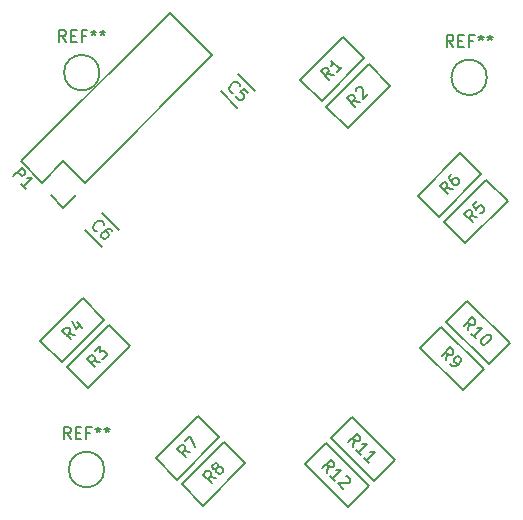
<source format=gto>
G04 #@! TF.FileFunction,Legend,Top*
%FSLAX46Y46*%
G04 Gerber Fmt 4.6, Leading zero omitted, Abs format (unit mm)*
G04 Created by KiCad (PCBNEW 4.0.5) date 01/04/17 16:28:54*
%MOMM*%
%LPD*%
G01*
G04 APERTURE LIST*
%ADD10C,0.100000*%
%ADD11C,0.150000*%
G04 APERTURE END LIST*
D10*
D11*
X201900000Y-119346051D02*
X198307898Y-122938154D01*
X198307898Y-122938154D02*
X196511846Y-121142102D01*
X196511846Y-121142102D02*
X200103949Y-117550000D01*
X200103949Y-117550000D02*
X201900000Y-119346051D01*
X199300000Y-96200000D02*
G75*
G03X199300000Y-96200000I-1500000J0D01*
G01*
X232100000Y-96600000D02*
G75*
G03X232100000Y-96600000I-1500000J0D01*
G01*
X199700000Y-129800000D02*
G75*
G03X199700000Y-129800000I-1500000J0D01*
G01*
X221700000Y-94996051D02*
X218107898Y-98588154D01*
X218107898Y-98588154D02*
X216311846Y-96792102D01*
X216311846Y-96792102D02*
X219903949Y-93200000D01*
X219903949Y-93200000D02*
X221700000Y-94996051D01*
X233850000Y-107046051D02*
X230257898Y-110638154D01*
X230257898Y-110638154D02*
X228461846Y-108842102D01*
X228461846Y-108842102D02*
X232053949Y-105250000D01*
X232053949Y-105250000D02*
X233850000Y-107046051D01*
X194300000Y-118903949D02*
X197892102Y-115311846D01*
X197892102Y-115311846D02*
X199688154Y-117107898D01*
X199688154Y-117107898D02*
X196096051Y-120700000D01*
X196096051Y-120700000D02*
X194300000Y-118903949D01*
X205230256Y-91131590D02*
X192657898Y-103703949D01*
X198046051Y-105500000D02*
X208822359Y-94723693D01*
X205230256Y-91131590D02*
X208822359Y-94723693D01*
X192657898Y-103703949D02*
X194453949Y-105500000D01*
X195153984Y-106596016D02*
X196250000Y-107692031D01*
X194453949Y-105500000D02*
X196250000Y-103703949D01*
X196250000Y-103703949D02*
X198046051Y-105500000D01*
X196250000Y-107692031D02*
X197346016Y-106596016D01*
X230053949Y-123100000D02*
X226461846Y-119507898D01*
X226461846Y-119507898D02*
X228257898Y-117711846D01*
X228257898Y-117711846D02*
X231850000Y-121303949D01*
X231850000Y-121303949D02*
X230053949Y-123100000D01*
X212431891Y-97732322D02*
X211017678Y-96318109D01*
X209568109Y-97767678D02*
X210982322Y-99181891D01*
X200931891Y-109482322D02*
X199517678Y-108068109D01*
X198068109Y-109517678D02*
X199482322Y-110931891D01*
X223900000Y-97296051D02*
X220307898Y-100888154D01*
X220307898Y-100888154D02*
X218511846Y-99092102D01*
X218511846Y-99092102D02*
X222103949Y-95500000D01*
X222103949Y-95500000D02*
X223900000Y-97296051D01*
X226250000Y-106603949D02*
X229842102Y-103011846D01*
X229842102Y-103011846D02*
X231638154Y-104807898D01*
X231638154Y-104807898D02*
X228046051Y-108400000D01*
X228046051Y-108400000D02*
X226250000Y-106603949D01*
X204050000Y-128853949D02*
X207642102Y-125261846D01*
X207642102Y-125261846D02*
X209438154Y-127057898D01*
X209438154Y-127057898D02*
X205846051Y-130650000D01*
X205846051Y-130650000D02*
X204050000Y-128853949D01*
X206250000Y-131053949D02*
X209842102Y-127461846D01*
X209842102Y-127461846D02*
X211638154Y-129257898D01*
X211638154Y-129257898D02*
X208046051Y-132850000D01*
X208046051Y-132850000D02*
X206250000Y-131053949D01*
X232253949Y-120900000D02*
X228661846Y-117307898D01*
X228661846Y-117307898D02*
X230457898Y-115511846D01*
X230457898Y-115511846D02*
X234050000Y-119103949D01*
X234050000Y-119103949D02*
X232253949Y-120900000D01*
X222503949Y-130750000D02*
X218911846Y-127157898D01*
X218911846Y-127157898D02*
X220707898Y-125361846D01*
X220707898Y-125361846D02*
X224300000Y-128953949D01*
X224300000Y-128953949D02*
X222503949Y-130750000D01*
X220303949Y-132950000D02*
X216711846Y-129357898D01*
X216711846Y-129357898D02*
X218507898Y-127561846D01*
X218507898Y-127561846D02*
X222100000Y-131153949D01*
X222100000Y-131153949D02*
X220303949Y-132950000D01*
X199352031Y-120737732D02*
X198779610Y-120636717D01*
X198947970Y-121141794D02*
X198240863Y-120434687D01*
X198510237Y-120165312D01*
X198611253Y-120131641D01*
X198678596Y-120131641D01*
X198779611Y-120165312D01*
X198880626Y-120266328D01*
X198914298Y-120367343D01*
X198914298Y-120434686D01*
X198880626Y-120535701D01*
X198611252Y-120805076D01*
X198880626Y-119794924D02*
X199318359Y-119357190D01*
X199352030Y-119862267D01*
X199453046Y-119761251D01*
X199554061Y-119727579D01*
X199621405Y-119727579D01*
X199722421Y-119761252D01*
X199890779Y-119929610D01*
X199924451Y-120030626D01*
X199924451Y-120097969D01*
X199890779Y-120198984D01*
X199688748Y-120401015D01*
X199587733Y-120434687D01*
X199520390Y-120434687D01*
X196466667Y-93604381D02*
X196133333Y-93128190D01*
X195895238Y-93604381D02*
X195895238Y-92604381D01*
X196276191Y-92604381D01*
X196371429Y-92652000D01*
X196419048Y-92699619D01*
X196466667Y-92794857D01*
X196466667Y-92937714D01*
X196419048Y-93032952D01*
X196371429Y-93080571D01*
X196276191Y-93128190D01*
X195895238Y-93128190D01*
X196895238Y-93080571D02*
X197228572Y-93080571D01*
X197371429Y-93604381D02*
X196895238Y-93604381D01*
X196895238Y-92604381D01*
X197371429Y-92604381D01*
X198133334Y-93080571D02*
X197800000Y-93080571D01*
X197800000Y-93604381D02*
X197800000Y-92604381D01*
X198276191Y-92604381D01*
X198800000Y-92604381D02*
X198800000Y-92842476D01*
X198561905Y-92747238D02*
X198800000Y-92842476D01*
X199038096Y-92747238D01*
X198657143Y-93032952D02*
X198800000Y-92842476D01*
X198942858Y-93032952D01*
X199561905Y-92604381D02*
X199561905Y-92842476D01*
X199323810Y-92747238D02*
X199561905Y-92842476D01*
X199800001Y-92747238D01*
X199419048Y-93032952D02*
X199561905Y-92842476D01*
X199704763Y-93032952D01*
X229266667Y-94004381D02*
X228933333Y-93528190D01*
X228695238Y-94004381D02*
X228695238Y-93004381D01*
X229076191Y-93004381D01*
X229171429Y-93052000D01*
X229219048Y-93099619D01*
X229266667Y-93194857D01*
X229266667Y-93337714D01*
X229219048Y-93432952D01*
X229171429Y-93480571D01*
X229076191Y-93528190D01*
X228695238Y-93528190D01*
X229695238Y-93480571D02*
X230028572Y-93480571D01*
X230171429Y-94004381D02*
X229695238Y-94004381D01*
X229695238Y-93004381D01*
X230171429Y-93004381D01*
X230933334Y-93480571D02*
X230600000Y-93480571D01*
X230600000Y-94004381D02*
X230600000Y-93004381D01*
X231076191Y-93004381D01*
X231600000Y-93004381D02*
X231600000Y-93242476D01*
X231361905Y-93147238D02*
X231600000Y-93242476D01*
X231838096Y-93147238D01*
X231457143Y-93432952D02*
X231600000Y-93242476D01*
X231742858Y-93432952D01*
X232361905Y-93004381D02*
X232361905Y-93242476D01*
X232123810Y-93147238D02*
X232361905Y-93242476D01*
X232600001Y-93147238D01*
X232219048Y-93432952D02*
X232361905Y-93242476D01*
X232504763Y-93432952D01*
X196866667Y-127204381D02*
X196533333Y-126728190D01*
X196295238Y-127204381D02*
X196295238Y-126204381D01*
X196676191Y-126204381D01*
X196771429Y-126252000D01*
X196819048Y-126299619D01*
X196866667Y-126394857D01*
X196866667Y-126537714D01*
X196819048Y-126632952D01*
X196771429Y-126680571D01*
X196676191Y-126728190D01*
X196295238Y-126728190D01*
X197295238Y-126680571D02*
X197628572Y-126680571D01*
X197771429Y-127204381D02*
X197295238Y-127204381D01*
X197295238Y-126204381D01*
X197771429Y-126204381D01*
X198533334Y-126680571D02*
X198200000Y-126680571D01*
X198200000Y-127204381D02*
X198200000Y-126204381D01*
X198676191Y-126204381D01*
X199200000Y-126204381D02*
X199200000Y-126442476D01*
X198961905Y-126347238D02*
X199200000Y-126442476D01*
X199438096Y-126347238D01*
X199057143Y-126632952D02*
X199200000Y-126442476D01*
X199342858Y-126632952D01*
X199961905Y-126204381D02*
X199961905Y-126442476D01*
X199723810Y-126347238D02*
X199961905Y-126442476D01*
X200200001Y-126347238D01*
X199819048Y-126632952D02*
X199961905Y-126442476D01*
X200104763Y-126632952D01*
X219152031Y-96387732D02*
X218579610Y-96286717D01*
X218747970Y-96791794D02*
X218040863Y-96084687D01*
X218310237Y-95815312D01*
X218411253Y-95781641D01*
X218478596Y-95781641D01*
X218579611Y-95815312D01*
X218680626Y-95916328D01*
X218714298Y-96017343D01*
X218714298Y-96084686D01*
X218680626Y-96185701D01*
X218411252Y-96455076D01*
X219825466Y-95714297D02*
X219421405Y-96118359D01*
X219623435Y-95916328D02*
X218916328Y-95209222D01*
X218950000Y-95377580D01*
X218950000Y-95512267D01*
X218916328Y-95613282D01*
X231302031Y-108437732D02*
X230729610Y-108336717D01*
X230897970Y-108841794D02*
X230190863Y-108134687D01*
X230460237Y-107865312D01*
X230561253Y-107831641D01*
X230628596Y-107831641D01*
X230729611Y-107865312D01*
X230830626Y-107966328D01*
X230864298Y-108067343D01*
X230864298Y-108134686D01*
X230830626Y-108235701D01*
X230561252Y-108505076D01*
X231234688Y-107090862D02*
X230897970Y-107427580D01*
X231201015Y-107797969D01*
X231201015Y-107730626D01*
X231234687Y-107629610D01*
X231403046Y-107461251D01*
X231504061Y-107427579D01*
X231571405Y-107427579D01*
X231672421Y-107461252D01*
X231840779Y-107629610D01*
X231874451Y-107730626D01*
X231874451Y-107797969D01*
X231840779Y-107898984D01*
X231672420Y-108067343D01*
X231571405Y-108101015D01*
X231504061Y-108101015D01*
X197252031Y-118387732D02*
X196679610Y-118286717D01*
X196847970Y-118791794D02*
X196140863Y-118084687D01*
X196410237Y-117815312D01*
X196511253Y-117781641D01*
X196578596Y-117781641D01*
X196679611Y-117815312D01*
X196780626Y-117916328D01*
X196814298Y-118017343D01*
X196814298Y-118084686D01*
X196780626Y-118185701D01*
X196511252Y-118455076D01*
X197386718Y-117310236D02*
X197858123Y-117781641D01*
X196948985Y-117209222D02*
X197285703Y-117882657D01*
X197723436Y-117444924D01*
X192008206Y-104947971D02*
X192715313Y-104240864D01*
X192984688Y-104510238D01*
X193018359Y-104611254D01*
X193018359Y-104678597D01*
X192984688Y-104779612D01*
X192883672Y-104880627D01*
X192782657Y-104914299D01*
X192715314Y-104914299D01*
X192614299Y-104880627D01*
X192344924Y-104611253D01*
X193085703Y-106025467D02*
X192681641Y-105621406D01*
X192883672Y-105823436D02*
X193590778Y-105116329D01*
X193422420Y-105150001D01*
X193287733Y-105150001D01*
X193186718Y-105116329D01*
X228662268Y-120552031D02*
X228763283Y-119979610D01*
X228258206Y-120147970D02*
X228965313Y-119440863D01*
X229234688Y-119710237D01*
X229268359Y-119811253D01*
X229268359Y-119878596D01*
X229234688Y-119979611D01*
X229133672Y-120080626D01*
X229032657Y-120114298D01*
X228965314Y-120114298D01*
X228864299Y-120080626D01*
X228594924Y-119811252D01*
X228998985Y-120888748D02*
X229133672Y-121023435D01*
X229234688Y-121057107D01*
X229302031Y-121057107D01*
X229470390Y-121023436D01*
X229638748Y-120922421D01*
X229908123Y-120653046D01*
X229941794Y-120552031D01*
X229941794Y-120484688D01*
X229908123Y-120383672D01*
X229773435Y-120248985D01*
X229672420Y-120215313D01*
X229605076Y-120215313D01*
X229504061Y-120248985D01*
X229335703Y-120417343D01*
X229302031Y-120518359D01*
X229302030Y-120585703D01*
X229335702Y-120686718D01*
X229470390Y-120821405D01*
X229571405Y-120855077D01*
X229638749Y-120855076D01*
X229739764Y-120821405D01*
X210629611Y-97884688D02*
X210562268Y-97884688D01*
X210427581Y-97817344D01*
X210360237Y-97750001D01*
X210292893Y-97615313D01*
X210292893Y-97480626D01*
X210326565Y-97379611D01*
X210427580Y-97211253D01*
X210528596Y-97110237D01*
X210696955Y-97009222D01*
X210797970Y-96975550D01*
X210932657Y-96975550D01*
X211067344Y-97042894D01*
X211134688Y-97110237D01*
X211202031Y-97244924D01*
X211202031Y-97312268D01*
X211909138Y-97884688D02*
X211572420Y-97547970D01*
X211202031Y-97851015D01*
X211269374Y-97851015D01*
X211370390Y-97884687D01*
X211538749Y-98053046D01*
X211572421Y-98154061D01*
X211572421Y-98221405D01*
X211538748Y-98322421D01*
X211370390Y-98490779D01*
X211269374Y-98524451D01*
X211202031Y-98524451D01*
X211101016Y-98490779D01*
X210932657Y-98322420D01*
X210898985Y-98221405D01*
X210898985Y-98154061D01*
X199129611Y-109634688D02*
X199062268Y-109634688D01*
X198927581Y-109567344D01*
X198860237Y-109500001D01*
X198792893Y-109365313D01*
X198792893Y-109230626D01*
X198826565Y-109129611D01*
X198927580Y-108961253D01*
X199028596Y-108860237D01*
X199196955Y-108759222D01*
X199297970Y-108725550D01*
X199432657Y-108725550D01*
X199567344Y-108792894D01*
X199634688Y-108860237D01*
X199702031Y-108994924D01*
X199702031Y-109062268D01*
X200375466Y-109601016D02*
X200240778Y-109466328D01*
X200139763Y-109432657D01*
X200072420Y-109432657D01*
X199904061Y-109466328D01*
X199735703Y-109567343D01*
X199466328Y-109836718D01*
X199432657Y-109937733D01*
X199432657Y-110005076D01*
X199466328Y-110106092D01*
X199601016Y-110240779D01*
X199702031Y-110274451D01*
X199769374Y-110274451D01*
X199870390Y-110240779D01*
X200038748Y-110072421D01*
X200072421Y-109971405D01*
X200072421Y-109904061D01*
X200038749Y-109803046D01*
X199904061Y-109668359D01*
X199803046Y-109634687D01*
X199735703Y-109634687D01*
X199634687Y-109668359D01*
X221352031Y-98687732D02*
X220779610Y-98586717D01*
X220947970Y-99091794D02*
X220240863Y-98384687D01*
X220510237Y-98115312D01*
X220611253Y-98081641D01*
X220678596Y-98081641D01*
X220779611Y-98115312D01*
X220880626Y-98216328D01*
X220914298Y-98317343D01*
X220914298Y-98384686D01*
X220880626Y-98485701D01*
X220611252Y-98755076D01*
X220981641Y-97778595D02*
X220981641Y-97711252D01*
X221015313Y-97610237D01*
X221183672Y-97441877D01*
X221284688Y-97408206D01*
X221352031Y-97408206D01*
X221453046Y-97441877D01*
X221520390Y-97509221D01*
X221587733Y-97643908D01*
X221587733Y-98452030D01*
X222025466Y-98014297D01*
X229202031Y-106087732D02*
X228629610Y-105986717D01*
X228797970Y-106491794D02*
X228090863Y-105784687D01*
X228360237Y-105515312D01*
X228461253Y-105481641D01*
X228528596Y-105481641D01*
X228629611Y-105515312D01*
X228730626Y-105616328D01*
X228764298Y-105717343D01*
X228764298Y-105784686D01*
X228730626Y-105885701D01*
X228461252Y-106155076D01*
X229101016Y-104774534D02*
X228966328Y-104909222D01*
X228932657Y-105010237D01*
X228932657Y-105077580D01*
X228966328Y-105245939D01*
X229067343Y-105414297D01*
X229336718Y-105683672D01*
X229437733Y-105717343D01*
X229505076Y-105717343D01*
X229606092Y-105683672D01*
X229740779Y-105548984D01*
X229774451Y-105447969D01*
X229774451Y-105380626D01*
X229740779Y-105279610D01*
X229572421Y-105111252D01*
X229471405Y-105077579D01*
X229404061Y-105077579D01*
X229303046Y-105111251D01*
X229168359Y-105245939D01*
X229134687Y-105346954D01*
X229134687Y-105414297D01*
X229168359Y-105515313D01*
X207002031Y-128337732D02*
X206429610Y-128236717D01*
X206597970Y-128741794D02*
X205890863Y-128034687D01*
X206160237Y-127765312D01*
X206261253Y-127731641D01*
X206328596Y-127731641D01*
X206429611Y-127765312D01*
X206530626Y-127866328D01*
X206564298Y-127967343D01*
X206564298Y-128034686D01*
X206530626Y-128135701D01*
X206261252Y-128405076D01*
X206530626Y-127394924D02*
X207002031Y-126923519D01*
X207406092Y-127933672D01*
X209202031Y-130537732D02*
X208629610Y-130436717D01*
X208797970Y-130941794D02*
X208090863Y-130234687D01*
X208360237Y-129965312D01*
X208461253Y-129931641D01*
X208528596Y-129931641D01*
X208629611Y-129965312D01*
X208730626Y-130066328D01*
X208764298Y-130167343D01*
X208764298Y-130234686D01*
X208730626Y-130335701D01*
X208461252Y-130605076D01*
X209202030Y-129729610D02*
X209101015Y-129763282D01*
X209033672Y-129763282D01*
X208932657Y-129729610D01*
X208898985Y-129695939D01*
X208865313Y-129594924D01*
X208865313Y-129527580D01*
X208898985Y-129426565D01*
X209033672Y-129291877D01*
X209134688Y-129258206D01*
X209202031Y-129258206D01*
X209303046Y-129291877D01*
X209336718Y-129325549D01*
X209370390Y-129426564D01*
X209370390Y-129493908D01*
X209336718Y-129594923D01*
X209202030Y-129729610D01*
X209168359Y-129830626D01*
X209168359Y-129897969D01*
X209202031Y-129998985D01*
X209336718Y-130133672D01*
X209437733Y-130167343D01*
X209505076Y-130167343D01*
X209606092Y-130133672D01*
X209740779Y-129998984D01*
X209774451Y-129897969D01*
X209774451Y-129830626D01*
X209740779Y-129729610D01*
X209606092Y-129594924D01*
X209505076Y-129561251D01*
X209437733Y-129561251D01*
X209336718Y-129594923D01*
X230525550Y-118015313D02*
X230626565Y-117442893D01*
X230121488Y-117611252D02*
X230828595Y-116904145D01*
X231097970Y-117173519D01*
X231131641Y-117274535D01*
X231131641Y-117341878D01*
X231097970Y-117442893D01*
X230996955Y-117543908D01*
X230895939Y-117577580D01*
X230828596Y-117577580D01*
X230727581Y-117543908D01*
X230458206Y-117274534D01*
X231198985Y-118688748D02*
X230794924Y-118284687D01*
X230996954Y-118486717D02*
X231704061Y-117779610D01*
X231535702Y-117813282D01*
X231401015Y-117813282D01*
X231300000Y-117779610D01*
X232343824Y-118419374D02*
X232411168Y-118486718D01*
X232444840Y-118587733D01*
X232444840Y-118655076D01*
X232411168Y-118756092D01*
X232310153Y-118924450D01*
X232141794Y-119092810D01*
X231973435Y-119193825D01*
X231872420Y-119227496D01*
X231805076Y-119227496D01*
X231704061Y-119193825D01*
X231636717Y-119126481D01*
X231603045Y-119025465D01*
X231603045Y-118958122D01*
X231636717Y-118857107D01*
X231737732Y-118688748D01*
X231906092Y-118520389D01*
X232074450Y-118419374D01*
X232175465Y-118385702D01*
X232242809Y-118385702D01*
X232343824Y-118419374D01*
X220775550Y-127865313D02*
X220876565Y-127292893D01*
X220371488Y-127461252D02*
X221078595Y-126754145D01*
X221347970Y-127023519D01*
X221381641Y-127124535D01*
X221381641Y-127191878D01*
X221347970Y-127292893D01*
X221246955Y-127393908D01*
X221145939Y-127427580D01*
X221078596Y-127427580D01*
X220977581Y-127393908D01*
X220708206Y-127124534D01*
X221448985Y-128538748D02*
X221044924Y-128134687D01*
X221246954Y-128336717D02*
X221954061Y-127629610D01*
X221785702Y-127663282D01*
X221651015Y-127663282D01*
X221550000Y-127629610D01*
X222122420Y-129212183D02*
X221718359Y-128808122D01*
X221920389Y-129010152D02*
X222627496Y-128303045D01*
X222459137Y-128336717D01*
X222324450Y-128336717D01*
X222223435Y-128303045D01*
X218575550Y-130065313D02*
X218676565Y-129492893D01*
X218171488Y-129661252D02*
X218878595Y-128954145D01*
X219147970Y-129223519D01*
X219181641Y-129324535D01*
X219181641Y-129391878D01*
X219147970Y-129492893D01*
X219046955Y-129593908D01*
X218945939Y-129627580D01*
X218878596Y-129627580D01*
X218777581Y-129593908D01*
X218508206Y-129324534D01*
X219248985Y-130738748D02*
X218844924Y-130334687D01*
X219046954Y-130536717D02*
X219754061Y-129829610D01*
X219585702Y-129863282D01*
X219451015Y-129863282D01*
X219350000Y-129829610D01*
X220158122Y-130368359D02*
X220225465Y-130368359D01*
X220326481Y-130402030D01*
X220494840Y-130570390D01*
X220528512Y-130671405D01*
X220528512Y-130738748D01*
X220494840Y-130839763D01*
X220427496Y-130907107D01*
X220292810Y-130974450D01*
X219484687Y-130974450D01*
X219922420Y-131412183D01*
M02*

</source>
